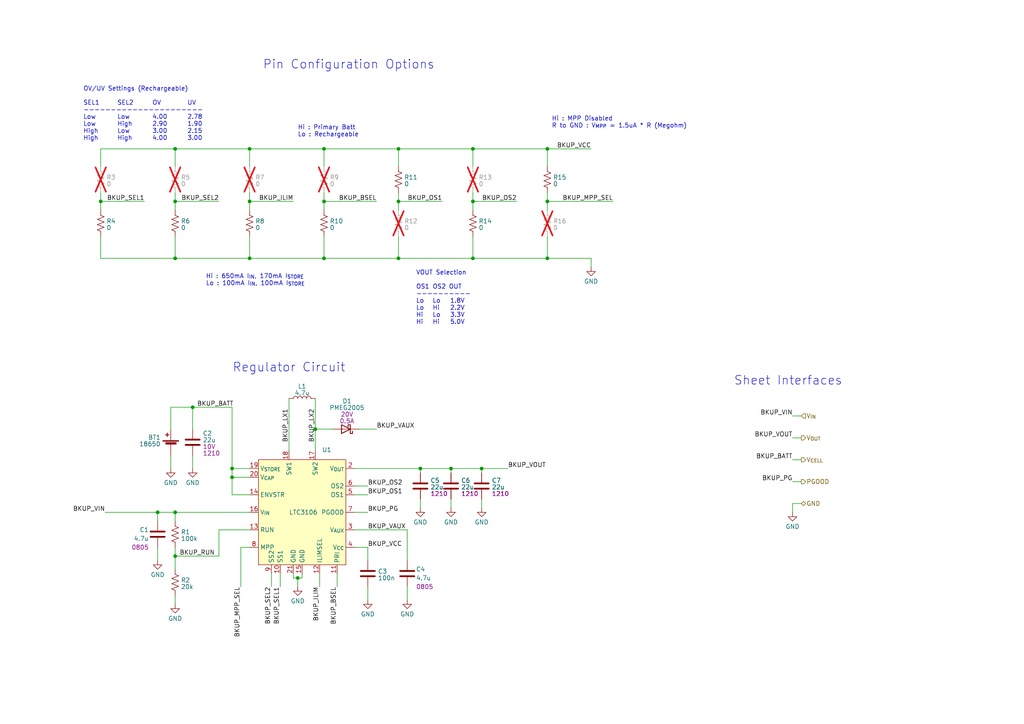
<source format=kicad_sch>
(kicad_sch (version 20231120) (generator "eeschema") (generator_version "8.0")
  (paper "A4")
  (lib_symbols
    (symbol "Device:Battery_Cell" (pin_numbers hide) (pin_names (offset 0) hide)
      (property "Reference" "BT" (at 2.54 2.54 0))
      (property "Value" "Battery_Cell" (at 2.54 0 0))
      (symbol "Battery_Cell_0_1"
        (rectangle (start -2.286 1.778) (end 2.286 1.524) (fill (type outline)))
        (rectangle (start -1.5748 1.1938) (end 1.4732 0.6858) (fill (type outline)))
        (polyline (pts (xy 0 0.762) (xy 0 0)))
        (polyline (pts (xy 0 1.778) (xy 0 2.54)))
        (polyline (pts (xy 0.508 3.429) (xy 1.524 3.429)) (stroke (width 0.254)))
        (polyline (pts (xy 1.016 3.937) (xy 1.016 2.921)) (stroke (width 0.254)))
      )
      (symbol "Battery_Cell_1_1"
        (pin passive line (at 0 5.08 270) (length 2.54) (name "+") (number "1"))
        (pin passive line (at 0 -2.54 90) (length 2.54) (name "-") (number "2"))
      )
    )
    (symbol "Device:C" (pin_numbers hide) (pin_names (offset 0.254))
      (property "Reference" "C" (at 0.635 2.54 0))
      (property "Value" "C" (at 0.635 -2.54 0))
      (symbol "C_0_1"
        (polyline (pts (xy -2.032 -0.762) (xy 2.032 -0.762)) (stroke (width 0.508)))
        (polyline (pts (xy -2.032 0.762) (xy 2.032 0.762)) (stroke (width 0.508)))
      )
      (symbol "C_1_1"
        (pin passive line (at 0 3.81 270) (length 2.794) (name "~") (number "1"))
        (pin passive line (at 0 -3.81 90) (length 2.794) (name "~") (number "2"))
      )
    )
    (symbol "Device:D_Schottky" (pin_numbers hide) (pin_names (offset 1.016) hide)
      (property "Reference" "D" (at 0 2.54 0))
      (property "Value" "D_Schottky" (at 0 -2.54 0))
      (symbol "D_Schottky_0_1"
        (polyline (pts (xy 1.27 0) (xy -1.27 0)))
        (polyline (pts (xy 1.27 1.27) (xy 1.27 -1.27) (xy -1.27 0) (xy 1.27 1.27)) (stroke (width 0.254)))
        (polyline (pts (xy -1.905 0.635) (xy -1.905 1.27) (xy -1.27 1.27) (xy -1.27 -1.27) (xy -0.635 -1.27) (xy -0.635 -0.635)) (stroke (width 0.254)))
      )
      (symbol "D_Schottky_1_1"
        (pin passive line (at -3.81 0 0) (length 2.54) (name "K") (number "1"))
        (pin passive line (at 3.81 0 180) (length 2.54) (name "A") (number "2"))
      )
    )
    (symbol "Device:L" (pin_numbers hide) (pin_names (offset 1.016) hide)
      (property "Reference" "L" (at -1.27 0 90))
      (property "Value" "L" (at 1.905 0 90))
      (symbol "L_0_1"
        (arc (start 0 -2.54) (mid 0.6323 -1.905) (end 0 -1.27))
        (arc (start 0 -1.27) (mid 0.6323 -0.635) (end 0 0))
        (arc (start 0 0) (mid 0.6323 0.635) (end 0 1.27))
        (arc (start 0 1.27) (mid 0.6323 1.905) (end 0 2.54))
      )
      (symbol "L_1_1"
        (pin passive line (at 0 3.81 270) (length 1.27) (name "1") (number "1"))
        (pin passive line (at 0 -3.81 90) (length 1.27) (name "2") (number "2"))
      )
    )
    (symbol "Device:R_US" (pin_numbers hide) (pin_names (offset 0))
      (property "Reference" "R" (at 2.54 0 90))
      (property "Value" "R_US" (at -2.54 0 90))
      (symbol "R_US_0_1"
        (polyline (pts (xy 0 -2.286) (xy 0 -2.54)))
        (polyline (pts (xy 0 2.286) (xy 0 2.54)))
        (polyline (pts (xy 0 -0.762) (xy 1.016 -1.143) (xy 0 -1.524) (xy -1.016 -1.905) (xy 0 -2.286)))
        (polyline (pts (xy 0 0.762) (xy 1.016 0.381) (xy 0 0) (xy -1.016 -0.381) (xy 0 -0.762)))
        (polyline (pts (xy 0 2.286) (xy 1.016 1.905) (xy 0 1.524) (xy -1.016 1.143) (xy 0 0.762)))
      )
      (symbol "R_US_1_1"
        (pin passive line (at 0 3.81 270) (length 1.27) (name "~") (number "1"))
        (pin passive line (at 0 -3.81 90) (length 1.27) (name "~") (number "2"))
      )
    )
    (symbol "SmithEmpire:LTC3106EUDC"
      (property "Reference" "U" (at 8.89 16.51 0))
      (property "Value" "LTC3106" (at 0 2.54 0))
      (symbol "LTC3106EUDC_1_1"
        (rectangle (start -12.7 15.24) (end 12.7 -15.24) (fill (type background)))
        (pin no_connect line (at 2.54 -17.78 90) (length 2.54) hide (name "NC") (number "1"))
        (pin input line (at -6.35 -17.78 90) (length 2.54) (name "SS1") (number "10"))
        (pin input line (at 10.16 -17.78 90) (length 2.54) (name "PRI") (number "11"))
        (pin input line (at 5.08 -17.78 90) (length 2.54) (name "ILIMSEL") (number "12"))
        (pin input line (at -15.24 -5.08 0) (length 2.54) (name "RUN") (number "13"))
        (pin input line (at -15.24 5.08 0) (length 2.54) (name "ENVSTR") (number "14"))
        (pin passive line (at 0 -17.78 90) (length 2.54) (name "GND") (number "15"))
        (pin power_in line (at -15.24 0 0) (length 2.54) (name "V_{IN}") (number "16"))
        (pin power_out line (at 3.81 17.78 270) (length 2.54) (name "SW2") (number "17"))
        (pin power_out line (at -3.81 17.78 270) (length 2.54) (name "SW1") (number "18"))
        (pin bidirectional line (at -15.24 12.7 0) (length 2.54) (name "V_{STORE}") (number "19"))
        (pin power_out line (at 15.24 12.7 180) (length 2.54) (name "V_{OUT}") (number "2"))
        (pin bidirectional line (at -15.24 10.16 0) (length 2.54) (name "V_{CAP}") (number "20"))
        (pin passive line (at -2.54 -17.78 90) (length 2.54) (name "GND") (number "21"))
        (pin bidirectional line (at 15.24 -5.08 180) (length 2.54) (name "V_{AUX}") (number "3"))
        (pin bidirectional line (at 15.24 -10.16 180) (length 2.54) (name "V_{CC}") (number "4"))
        (pin input line (at 15.24 5.08 180) (length 2.54) (name "OS1") (number "5"))
        (pin input line (at 15.24 7.62 180) (length 2.54) (name "OS2") (number "6"))
        (pin open_collector line (at 15.24 0 180) (length 2.54) (name "PGOOD") (number "7"))
        (pin bidirectional line (at -15.24 -10.16 0) (length 2.54) (name "MPP") (number "8"))
        (pin input line (at -8.89 -17.78 90) (length 2.54) (name "SS2") (number "9"))
      )
    )
    (symbol "power:GND" (power) (pin_names (offset 0))
      (property "Value" "GND" (at 0 -3.81 0))
      (symbol "GND_0_1"
        (polyline (pts (xy 0 0) (xy 0 -1.27) (xy 1.27 -1.27) (xy 0 -2.54) (xy -1.27 -1.27) (xy 0 -1.27)))
      )
      (symbol "GND_1_1"
        (pin power_in line (at 0 0 270) (length 0) hide (name "GND") (number "1"))
      )
    )
  )
  (junction (at 67.31 135.89))
  (junction (at 72.39 74.93))
  (junction (at 45.72 148.59))
  (junction (at 72.39 58.42))
  (junction (at 137.16 74.93))
  (junction (at 50.8 148.59))
  (junction (at 50.8 161.29))
  (junction (at 137.16 43.18))
  (junction (at 50.8 74.93))
  (junction (at 50.8 58.42))
  (junction (at 130.81 135.89))
  (junction (at 72.39 43.18))
  (junction (at 93.98 43.18))
  (junction (at 50.8 43.18))
  (junction (at 158.75 58.42))
  (junction (at 139.7 135.89))
  (junction (at 67.31 138.43))
  (junction (at 115.57 74.93))
  (junction (at 29.21 58.42))
  (junction (at 137.16 58.42))
  (junction (at 115.57 43.18))
  (junction (at 158.75 43.18))
  (junction (at 91.44 124.46))
  (junction (at 86.36 167.64))
  (junction (at 93.98 58.42))
  (junction (at 115.57 58.42))
  (junction (at 93.98 74.93))
  (junction (at 55.88 118.11))
  (junction (at 158.75 74.93))
  (junction (at 121.92 135.89))
  (wire (pts (xy 93.98 43.18) (xy 93.98 48.26)))
  (wire (pts (xy 104.14 124.46) (xy 109.22 124.46)))
  (wire (pts (xy 45.72 148.59) (xy 50.8 148.59)))
  (wire (pts (xy 93.98 58.42) (xy 109.22 58.42)))
  (wire (pts (xy 83.82 115.57) (xy 83.82 130.81)))
  (wire (pts (xy 137.16 68.58) (xy 137.16 74.93)))
  (wire (pts (xy 106.68 158.75) (xy 106.68 162.56)))
  (wire (pts (xy 50.8 148.59) (xy 50.8 151.13)))
  (wire (pts (xy 102.87 135.89) (xy 121.92 135.89)))
  (wire (pts (xy 137.16 58.42) (xy 137.16 60.96)))
  (wire (pts (xy 72.39 58.42) (xy 72.39 60.96)))
  (wire (pts (xy 115.57 68.58) (xy 115.57 74.93)))
  (wire (pts (xy 29.21 68.58) (xy 29.21 74.93)))
  (wire (pts (xy 158.75 74.93) (xy 171.45 74.93)))
  (wire (pts (xy 115.57 58.42) (xy 128.27 58.42)))
  (wire (pts (xy 29.21 43.18) (xy 50.8 43.18)))
  (wire (pts (xy 93.98 43.18) (xy 115.57 43.18)))
  (wire (pts (xy 139.7 135.89) (xy 147.32 135.89)))
  (wire (pts (xy 118.11 153.67) (xy 102.87 153.67)))
  (wire (pts (xy 137.16 74.93) (xy 158.75 74.93)))
  (wire (pts (xy 87.63 166.37) (xy 87.63 167.64)))
  (wire (pts (xy 102.87 140.97) (xy 106.68 140.97)))
  (wire (pts (xy 72.39 43.18) (xy 93.98 43.18)))
  (wire (pts (xy 102.87 143.51) (xy 106.68 143.51)))
  (wire (pts (xy 91.44 115.57) (xy 91.44 124.46)))
  (wire (pts (xy 55.88 118.11) (xy 67.31 118.11)))
  (wire (pts (xy 29.21 58.42) (xy 29.21 60.96)))
  (wire (pts (xy 115.57 58.42) (xy 115.57 60.96)))
  (wire (pts (xy 85.09 167.64) (xy 86.36 167.64)))
  (wire (pts (xy 72.39 158.75) (xy 69.85 158.75)))
  (wire (pts (xy 50.8 58.42) (xy 63.5 58.42)))
  (wire (pts (xy 49.53 118.11) (xy 55.88 118.11)))
  (wire (pts (xy 115.57 74.93) (xy 137.16 74.93)))
  (wire (pts (xy 91.44 124.46) (xy 91.44 130.81)))
  (wire (pts (xy 50.8 161.29) (xy 63.5 161.29)))
  (wire (pts (xy 72.39 138.43) (xy 67.31 138.43)))
  (wire (pts (xy 171.45 74.93) (xy 171.45 77.47)))
  (wire (pts (xy 72.39 58.42) (xy 85.09 58.42)))
  (wire (pts (xy 50.8 158.75) (xy 50.8 161.29)))
  (wire (pts (xy 229.87 133.35) (xy 232.41 133.35)))
  (wire (pts (xy 78.74 166.37) (xy 78.74 170.18)))
  (wire (pts (xy 158.75 58.42) (xy 177.8 58.42)))
  (wire (pts (xy 229.87 120.65) (xy 232.41 120.65)))
  (wire (pts (xy 72.39 143.51) (xy 67.31 143.51)))
  (wire (pts (xy 67.31 135.89) (xy 72.39 135.89)))
  (wire (pts (xy 50.8 58.42) (xy 50.8 60.96)))
  (wire (pts (xy 50.8 43.18) (xy 72.39 43.18)))
  (wire (pts (xy 158.75 58.42) (xy 158.75 60.96)))
  (wire (pts (xy 137.16 43.18) (xy 137.16 48.26)))
  (wire (pts (xy 139.7 144.78) (xy 139.7 147.32)))
  (wire (pts (xy 67.31 118.11) (xy 67.31 135.89)))
  (wire (pts (xy 118.11 162.56) (xy 118.11 153.67)))
  (wire (pts (xy 93.98 58.42) (xy 93.98 60.96)))
  (wire (pts (xy 81.28 166.37) (xy 81.28 170.18)))
  (wire (pts (xy 137.16 58.42) (xy 149.86 58.42)))
  (wire (pts (xy 121.92 135.89) (xy 130.81 135.89)))
  (wire (pts (xy 229.87 139.7) (xy 232.41 139.7)))
  (wire (pts (xy 29.21 58.42) (xy 41.91 58.42)))
  (wire (pts (xy 97.79 166.37) (xy 97.79 170.18)))
  (wire (pts (xy 49.53 132.08) (xy 49.53 135.89)))
  (wire (pts (xy 121.92 144.78) (xy 121.92 147.32)))
  (wire (pts (xy 67.31 143.51) (xy 67.31 138.43)))
  (wire (pts (xy 50.8 161.29) (xy 50.8 165.1)))
  (wire (pts (xy 50.8 172.72) (xy 50.8 175.26)))
  (wire (pts (xy 72.39 68.58) (xy 72.39 74.93)))
  (wire (pts (xy 158.75 55.88) (xy 158.75 58.42)))
  (wire (pts (xy 93.98 68.58) (xy 93.98 74.93)))
  (wire (pts (xy 72.39 55.88) (xy 72.39 58.42)))
  (wire (pts (xy 229.87 148.59) (xy 229.87 146.05)))
  (wire (pts (xy 102.87 148.59) (xy 106.68 148.59)))
  (wire (pts (xy 69.85 158.75) (xy 69.85 170.18)))
  (wire (pts (xy 67.31 135.89) (xy 67.31 138.43)))
  (wire (pts (xy 93.98 55.88) (xy 93.98 58.42)))
  (wire (pts (xy 137.16 55.88) (xy 137.16 58.42)))
  (wire (pts (xy 158.75 68.58) (xy 158.75 74.93)))
  (wire (pts (xy 50.8 55.88) (xy 50.8 58.42)))
  (wire (pts (xy 29.21 55.88) (xy 29.21 58.42)))
  (wire (pts (xy 72.39 74.93) (xy 93.98 74.93)))
  (wire (pts (xy 55.88 132.08) (xy 55.88 135.89)))
  (wire (pts (xy 91.44 124.46) (xy 96.52 124.46)))
  (wire (pts (xy 115.57 43.18) (xy 137.16 43.18)))
  (wire (pts (xy 50.8 43.18) (xy 50.8 48.26)))
  (wire (pts (xy 139.7 135.89) (xy 139.7 137.16)))
  (wire (pts (xy 50.8 68.58) (xy 50.8 74.93)))
  (wire (pts (xy 93.98 74.93) (xy 115.57 74.93)))
  (wire (pts (xy 102.87 158.75) (xy 106.68 158.75)))
  (wire (pts (xy 158.75 43.18) (xy 158.75 48.26)))
  (wire (pts (xy 49.53 124.46) (xy 49.53 118.11)))
  (wire (pts (xy 50.8 148.59) (xy 72.39 148.59)))
  (wire (pts (xy 130.81 135.89) (xy 139.7 135.89)))
  (wire (pts (xy 130.81 144.78) (xy 130.81 147.32)))
  (wire (pts (xy 63.5 153.67) (xy 72.39 153.67)))
  (wire (pts (xy 45.72 148.59) (xy 45.72 151.13)))
  (wire (pts (xy 45.72 158.75) (xy 45.72 162.56)))
  (wire (pts (xy 118.11 170.18) (xy 118.11 173.99)))
  (wire (pts (xy 121.92 135.89) (xy 121.92 137.16)))
  (wire (pts (xy 29.21 43.18) (xy 29.21 48.26)))
  (wire (pts (xy 115.57 43.18) (xy 115.57 48.26)))
  (wire (pts (xy 229.87 127) (xy 232.41 127)))
  (wire (pts (xy 30.48 148.59) (xy 45.72 148.59)))
  (wire (pts (xy 137.16 43.18) (xy 158.75 43.18)))
  (wire (pts (xy 86.36 167.64) (xy 87.63 167.64)))
  (wire (pts (xy 229.87 146.05) (xy 232.41 146.05)))
  (wire (pts (xy 50.8 74.93) (xy 72.39 74.93)))
  (wire (pts (xy 106.68 170.18) (xy 106.68 173.99)))
  (wire (pts (xy 72.39 43.18) (xy 72.39 48.26)))
  (wire (pts (xy 158.75 43.18) (xy 171.45 43.18)))
  (wire (pts (xy 85.09 166.37) (xy 85.09 167.64)))
  (wire (pts (xy 63.5 161.29) (xy 63.5 153.67)))
  (wire (pts (xy 86.36 167.64) (xy 86.36 170.18)))
  (wire (pts (xy 92.71 166.37) (xy 92.71 170.18)))
  (wire (pts (xy 130.81 135.89) (xy 130.81 137.16)))
  (wire (pts (xy 115.57 55.88) (xy 115.57 58.42)))
  (wire (pts (xy 29.21 74.93) (xy 50.8 74.93)))
  (wire (pts (xy 55.88 118.11) (xy 55.88 124.46)))
  (text "VOUT Selection\n\nOS1	OS2 OUT\n----------\nLo	Lo	1.8V\nLo	Hi	2.2V\nHi	Lo	3.3V\nHi	Hi	5.0V" (at 120.65 86.36 0) (effects (font (size 1.27 1.27) (thickness 0.1588)) (justify left)))
  (text "Hi : 650mA I_{IN}, 170mA I_{STORE}\nLo : 100mA I_{IN}, 100mA I_{STORE}" (at 59.69 81.28 0) (effects (font (size 1.27 1.27)) (justify left)))
  (text "Sheet Interfaces" (at 228.6 110.49 0) (effects (font (size 2.54 2.54))))
  (text "Regulator Circuit" (at 83.82 106.68 0) (effects (font (size 2.54 2.54))))
  (text "Pin Configuration Options" (at 76.2 20.32 0) (effects (font (size 2.54 2.54)) (justify left bottom)))
  (text "Hi : MPP Disabled\nR to GND : V_{MPP} = 1.5uA * R (Megohm)" (at 160.02 35.56 0) (effects (font (size 1.27 1.27)) (justify left)))
  (text "OV/UV Settings (Rechargeable)\n\nSEL1	SEL2	OV		UV\n----------------------\nLow		Low		4.00	2.78\nLow		High	2.90	1.90\nHigh	Low		3.00	2.15\nHigh	High	4.00	3.00" (at 24.13 33.02 0) (effects (font (size 1.27 1.27)) (justify left)))
  (text "Hi : Primary Batt\nLo : Rechargeable" (at 86.36 38.1 0) (effects (font (size 1.27 1.27)) (justify left)))
  (label "BKUP_MPP_SEL" (at 177.8 58.42 180))
  (label "BKUP_OS2" (at 106.68 140.97 0))
  (label "BKUP_BSEL" (at 97.79 170.18 270))
  (label "BKUP_ILIM" (at 92.71 170.18 270))
  (label "BKUP_LX2" (at 91.44 128.27 90))
  (label "BKUP_MPP_SEL" (at 69.85 170.18 270))
  (label "BKUP_OS1" (at 128.27 58.42 180))
  (label "BKUP_BSEL" (at 109.22 58.42 180))
  (label "BKUP_VAUX" (at 106.68 153.67 0))
  (label "BKUP_SEL1" (at 81.28 170.18 270))
  (label "BKUP_PG" (at 106.68 148.59 0))
  (label "BKUP_PG" (at 229.87 139.7 180))
  (label "BKUP_SEL1" (at 41.91 58.42 180))
  (label "BKUP_LX1" (at 83.82 128.27 90))
  (label "BKUP_VCC" (at 106.68 158.75 0))
  (label "BKUP_ILIM" (at 85.09 58.42 180))
  (label "BKUP_VIN" (at 30.48 148.59 180))
  (label "BKUP_VAUX" (at 109.22 124.46 0))
  (label "BKUP_RUN" (at 52.07 161.29 0))
  (label "BKUP_BATT" (at 229.87 133.35 180))
  (label "BKUP_BATT" (at 57.15 118.11 0))
  (label "BKUP_OS1" (at 106.68 143.51 0))
  (label "BKUP_VOUT" (at 147.32 135.89 0))
  (label "BKUP_VOUT" (at 229.87 127 180))
  (label "BKUP_OS2" (at 149.86 58.42 180))
  (label "BKUP_VCC" (at 171.45 43.18 180))
  (label "BKUP_SEL2" (at 63.5 58.42 180))
  (label "BKUP_SEL2" (at 78.74 170.18 270))
  (label "BKUP_VIN" (at 229.87 120.65 180))
  (hierarchical_label "GND" (shape bidirectional) (at 232.41 146.05 0))
  (hierarchical_label "PGOOD" (shape output) (at 232.41 139.7 0))
  (hierarchical_label "V_{OUT}" (shape output) (at 232.41 127 0))
  (hierarchical_label "V_{CELL}" (shape output) (at 232.41 133.35 0))
  (hierarchical_label "V_{IN}" (shape input) (at 232.41 120.65 0))
  (symbol (lib_id "Device:R_US") (at 50.8 52.07 0) (unit 1) (dnp yes)
    (property "Reference" "R5" (at 52.451 51.4263 0) (effects (justify left)))
    (property "Value" "0" (at 52.451 53.3473 0) (effects (justify left)))
    (property "Footprint" "Resistor_SMD:R_0603_1608Metric" (effects (hide yes)))
    (property "MfrNum" "generic" (effects (hide yes)))
    (property "Size" "0603" (effects (hide yes)))
    (property "Power" "0.1W" (effects (hide yes)))
  )
  (symbol (lib_id "Device:R_US") (at 158.75 64.77 0) (unit 1) (dnp yes)
    (property "Reference" "R16" (at 160.401 64.1263 0) (effects (justify left)))
    (property "Value" "0" (at 160.401 66.0473 0) (effects (justify left)))
    (property "Footprint" "Resistor_SMD:R_0603_1608Metric" (effects (hide yes)))
    (property "MfrNum" "generic" (effects (hide yes)))
    (property "Size" "0603" (effects (hide yes)))
    (property "Power" "0.1W" (effects (hide yes)))
  )
  (symbol (lib_id "Device:C") (at 130.81 140.97 0) (unit 1)
    (property "Reference" "C6" (at 133.731 139.3658 0) (effects (justify left)))
    (property "Value" "22u" (at 133.731 141.2868 0) (effects (justify left)))
    (property "Footprint" "Capacitor_SMD:C_1210_3225Metric" (effects (hide yes)))
    (property "MfrNum" "generic" (effects (hide yes)))
    (property "VRating" "16V" (effects (hide yes)))
    (property "Size" "1210" (at 133.731 143.2078 0) (effects (justify left)))
  )
  (symbol (lib_id "Device:R_US") (at 72.39 64.77 0) (unit 1)
    (property "Reference" "R8" (at 74.041 64.1263 0) (effects (justify left)))
    (property "Value" "0" (at 74.041 66.0473 0) (effects (justify left)))
    (property "Footprint" "Resistor_SMD:R_0603_1608Metric" (effects (hide yes)))
    (property "MfrNum" "generic" (effects (hide yes)))
    (property "Size" "0603" (effects (hide yes)))
    (property "Power" "0.1W" (effects (hide yes)))
  )
  (symbol (lib_id "power:GND") (at 55.88 135.89 0) (unit 1)
    (property "Reference" "#PWR04" (effects (hide yes)))
    (property "Value" "GND" (at 55.88 140.0255 0))
  )
  (symbol (lib_id "power:GND") (at 86.36 170.18 0) (unit 1)
    (property "Reference" "#PWR05" (effects (hide yes)))
    (property "Value" "GND" (at 86.36 174.3155 0))
  )
  (symbol (lib_id "power:GND") (at 229.87 148.59 0) (unit 1)
    (property "Reference" "#PWR012" (effects (hide yes)))
    (property "Value" "GND" (at 229.87 152.7255 0))
  )
  (symbol (lib_id "Device:R_US") (at 93.98 64.77 0) (unit 1)
    (property "Reference" "R10" (at 95.631 64.1263 0) (effects (justify left)))
    (property "Value" "0" (at 95.631 66.0473 0) (effects (justify left)))
    (property "Footprint" "Resistor_SMD:R_0603_1608Metric" (effects (hide yes)))
    (property "MfrNum" "generic" (effects (hide yes)))
    (property "Size" "0603" (effects (hide yes)))
    (property "Power" "0.1W" (effects (hide yes)))
  )
  (symbol (lib_id "Device:C") (at 121.92 140.97 0) (unit 1)
    (property "Reference" "C5" (at 124.841 139.3658 0) (effects (justify left)))
    (property "Value" "22u" (at 124.841 141.2868 0) (effects (justify left)))
    (property "Footprint" "Capacitor_SMD:C_1210_3225Metric" (effects (hide yes)))
    (property "MfrNum" "generic" (effects (hide yes)))
    (property "VRating" "16V" (effects (hide yes)))
    (property "Size" "1210" (at 124.841 143.2078 0) (effects (justify left)))
  )
  (symbol (lib_id "Device:R_US") (at 115.57 64.77 0) (unit 1) (dnp yes)
    (property "Reference" "R12" (at 117.221 64.1263 0) (effects (justify left)))
    (property "Value" "0" (at 117.221 66.0473 0) (effects (justify left)))
    (property "Footprint" "Resistor_SMD:R_0603_1608Metric" (effects (hide yes)))
    (property "MfrNum" "generic" (effects (hide yes)))
    (property "Size" "0603" (effects (hide yes)))
    (property "Power" "0.1W" (effects (hide yes)))
  )
  (symbol (lib_id "power:GND") (at 45.72 162.56 0) (unit 1)
    (property "Reference" "#PWR01" (effects (hide yes)))
    (property "Value" "GND" (at 45.72 166.6955 0))
  )
  (symbol (lib_id "power:GND") (at 130.81 147.32 0) (unit 1)
    (property "Reference" "#PWR09" (effects (hide yes)))
    (property "Value" "GND" (at 130.81 151.4555 0))
  )
  (symbol (lib_id "Device:R_US") (at 29.21 64.77 0) (unit 1)
    (property "Reference" "R4" (at 30.861 64.1263 0) (effects (justify left)))
    (property "Value" "0" (at 30.861 66.0473 0) (effects (justify left)))
    (property "Footprint" "Resistor_SMD:R_0603_1608Metric" (effects (hide yes)))
    (property "MfrNum" "generic" (effects (hide yes)))
    (property "Size" "0603" (effects (hide yes)))
    (property "Power" "0.1W" (effects (hide yes)))
  )
  (symbol (lib_id "power:GND") (at 139.7 147.32 0) (unit 1)
    (property "Reference" "#PWR010" (effects (hide yes)))
    (property "Value" "GND" (at 139.7 151.4555 0))
  )
  (symbol (lib_id "Device:D_Schottky") (at 100.33 124.46 180) (unit 1)
    (property "Reference" "D1" (at 100.6475 116.3381 0))
    (property "Value" "PMEG2005" (at 100.6475 118.2591 0))
    (property "Footprint" "Diode_SMD:D_SOD-123F" (effects (hide yes)))
    (property "MfrNum" "Nexperia_PMEG2005" (effects (hide yes)))
    (property "VRating" "20V" (at 100.6475 120.1801 0))
    (property "IRating" "0.5A" (at 100.6475 122.1011 0))
  )
  (symbol (lib_id "power:GND") (at 171.45 77.47 0) (unit 1)
    (property "Reference" "#PWR011" (effects (hide yes)))
    (property "Value" "GND" (at 171.45 81.6055 0))
  )
  (symbol (lib_id "Device:C") (at 106.68 166.37 0) (unit 1)
    (property "Reference" "C3" (at 109.601 165.7263 0) (effects (justify left)))
    (property "Value" "100n" (at 109.601 167.6473 0) (effects (justify left)))
    (property "Footprint" "Capacitor_SMD:C_0603_1608Metric" (effects (hide yes)))
    (property "MfrNum" "generic" (effects (hide yes)))
    (property "VRating" "16V" (effects (hide yes)))
    (property "Size" "0603" (effects (hide yes)))
  )
  (symbol (lib_id "Device:R_US") (at 93.98 52.07 0) (unit 1) (dnp yes)
    (property "Reference" "R9" (at 95.631 51.4263 0) (effects (justify left)))
    (property "Value" "0" (at 95.631 53.3473 0) (effects (justify left)))
    (property "Footprint" "Resistor_SMD:R_0603_1608Metric" (effects (hide yes)))
    (property "MfrNum" "generic" (effects (hide yes)))
    (property "Size" "0603" (effects (hide yes)))
    (property "Power" "0.1W" (effects (hide yes)))
  )
  (symbol (lib_id "Device:R_US") (at 158.75 52.07 0) (unit 1)
    (property "Reference" "R15" (at 160.401 51.4263 0) (effects (justify left)))
    (property "Value" "0" (at 160.401 53.3473 0) (effects (justify left)))
    (property "Footprint" "Resistor_SMD:R_0603_1608Metric" (effects (hide yes)))
    (property "MfrNum" "generic" (effects (hide yes)))
    (property "Size" "0603" (effects (hide yes)))
    (property "Power" "0.1W" (effects (hide yes)))
  )
  (symbol (lib_id "Device:R_US") (at 137.16 64.77 0) (unit 1)
    (property "Reference" "R14" (at 138.811 64.1263 0) (effects (justify left)))
    (property "Value" "0" (at 138.811 66.0473 0) (effects (justify left)))
    (property "Footprint" "Resistor_SMD:R_0603_1608Metric" (effects (hide yes)))
    (property "MfrNum" "generic" (effects (hide yes)))
    (property "Size" "0603" (effects (hide yes)))
    (property "Power" "0.1W" (effects (hide yes)))
  )
  (symbol (lib_id "Device:L") (at 87.63 115.57 90) (unit 1)
    (property "Reference" "L1" (at 87.63 112.0547 90))
    (property "Value" "4.7u" (at 87.63 113.9757 90))
    (property "Footprint" "Inductor_SMD:L_Coilcraft_XAL4040-XXX" (effects (hide yes)))
    (property "MfrNum" "Coilcraft_XFL4030-472ME" (effects (hide yes)))
  )
  (symbol (lib_id "power:GND") (at 106.68 173.99 0) (unit 1)
    (property "Reference" "#PWR06" (effects (hide yes)))
    (property "Value" "GND" (at 106.68 178.1255 0))
  )
  (symbol (lib_id "Device:C") (at 55.88 128.27 0) (unit 1)
    (property "Reference" "C2" (at 58.801 125.7053 0) (effects (justify left)))
    (property "Value" "22u" (at 58.801 127.6263 0) (effects (justify left)))
    (property "Footprint" "Capacitor_SMD:C_1210_3225Metric" (effects (hide yes)))
    (property "MfrNum" "generic" (effects (hide yes)))
    (property "VRating" "10V" (at 58.801 129.5473 0) (effects (justify left)))
    (property "Size" "1210" (at 58.801 131.4683 0) (effects (justify left)))
  )
  (symbol (lib_id "Device:R_US") (at 115.57 52.07 0) (unit 1)
    (property "Reference" "R11" (at 117.221 51.4263 0) (effects (justify left)))
    (property "Value" "0" (at 117.221 53.3473 0) (effects (justify left)))
    (property "Footprint" "Resistor_SMD:R_0603_1608Metric" (effects (hide yes)))
    (property "MfrNum" "generic" (effects (hide yes)))
    (property "Size" "0603" (effects (hide yes)))
    (property "Power" "0.1W" (effects (hide yes)))
  )
  (symbol (lib_id "power:GND") (at 118.11 173.99 0) (unit 1)
    (property "Reference" "#PWR07" (effects (hide yes)))
    (property "Value" "GND" (at 118.11 178.1255 0))
  )
  (symbol (lib_id "Device:Battery_Cell") (at 49.53 129.54 0) (mirror y) (unit 1)
    (property "Reference" "BT1" (at 46.609 126.8643 0) (effects (justify left)))
    (property "Value" "18650" (at 46.609 128.7853 0) (effects (justify left)))
    (property "Footprint" "Battery:BatteryHolder_Keystone_1042_1x18650" (effects (hide yes)))
    (property "MfrNum" "Keystone_1042" (effects (hide yes)))
  )
  (symbol (lib_id "Device:C") (at 139.7 140.97 0) (unit 1)
    (property "Reference" "C7" (at 142.621 139.3658 0) (effects (justify left)))
    (property "Value" "22u" (at 142.621 141.2868 0) (effects (justify left)))
    (property "Footprint" "Capacitor_SMD:C_1210_3225Metric" (effects (hide yes)))
    (property "MfrNum" "generic" (effects (hide yes)))
    (property "VRating" "16V" (effects (hide yes)))
    (property "Size" "1210" (at 142.621 143.2078 0) (effects (justify left)))
  )
  (symbol (lib_id "Device:R_US") (at 50.8 168.91 0) (unit 1)
    (property "Reference" "R2" (at 52.451 168.2663 0) (effects (justify left)))
    (property "Value" "20k" (at 52.451 170.1873 0) (effects (justify left)))
    (property "Footprint" "Resistor_SMD:R_0603_1608Metric" (effects (hide yes)))
    (property "MfrNum" "generic" (effects (hide yes)))
    (property "Size" "0603" (effects (hide yes)))
    (property "Power" "0.1W" (effects (hide yes)))
  )
  (symbol (lib_id "Device:R_US") (at 50.8 154.94 0) (unit 1)
    (property "Reference" "R1" (at 52.451 154.2963 0) (effects (justify left)))
    (property "Value" "100k" (at 52.451 156.2173 0) (effects (justify left)))
    (property "Footprint" "Resistor_SMD:R_0603_1608Metric" (effects (hide yes)))
    (property "MfrNum" "generic" (effects (hide yes)))
    (property "Size" "0603" (effects (hide yes)))
    (property "Power" "0.1W" (effects (hide yes)))
  )
  (symbol (lib_id "Device:R_US") (at 29.21 52.07 0) (unit 1) (dnp yes)
    (property "Reference" "R3" (at 30.861 51.4263 0) (effects (justify left)))
    (property "Value" "0" (at 30.861 53.3473 0) (effects (justify left)))
    (property "Footprint" "Resistor_SMD:R_0603_1608Metric" (effects (hide yes)))
    (property "MfrNum" "generic" (effects (hide yes)))
    (property "Size" "0603" (effects (hide yes)))
    (property "Power" "0.1W" (effects (hide yes)))
  )
  (symbol (lib_id "Device:R_US") (at 72.39 52.07 0) (unit 1) (dnp yes)
    (property "Reference" "R7" (at 74.041 51.4263 0) (effects (justify left)))
    (property "Value" "0" (at 74.041 53.3473 0) (effects (justify left)))
    (property "Footprint" "Resistor_SMD:R_0603_1608Metric" (effects (hide yes)))
    (property "MfrNum" "generic" (effects (hide yes)))
    (property "Size" "0603" (effects (hide yes)))
    (property "Power" "0.1W" (effects (hide yes)))
  )
  (symbol (lib_id "power:GND") (at 121.92 147.32 0) (unit 1)
    (property "Reference" "#PWR08" (effects (hide yes)))
    (property "Value" "GND" (at 121.92 151.4555 0))
  )
  (symbol (lib_id "Device:C") (at 45.72 154.94 0) (mirror y) (unit 1)
    (property "Reference" "C1" (at 43.18 153.67 0) (effects (justify left)))
    (property "Value" "4.7u" (at 43.18 156.21 0) (effects (justify left)))
    (property "Footprint" "Capacitor_SMD:C_0805_2012Metric" (effects (hide yes)))
    (property "MfrNum" "generic" (effects (hide yes)))
    (property "VRating" "16V" (effects (hide yes)))
    (property "Size" "0805" (at 43.18 158.75 0) (effects (justify left)))
  )
  (symbol (lib_id "Device:R_US") (at 50.8 64.77 0) (unit 1)
    (property "Reference" "R6" (at 52.451 64.1263 0) (effects (justify left)))
    (property "Value" "0" (at 52.451 66.0473 0) (effects (justify left)))
    (property "Footprint" "Resistor_SMD:R_0603_1608Metric" (effects (hide yes)))
    (property "MfrNum" "generic" (effects (hide yes)))
    (property "Size" "0603" (effects (hide yes)))
    (property "Power" "0.1W" (effects (hide yes)))
  )
  (symbol (lib_id "Device:C") (at 118.11 166.37 0) (unit 1)
    (property "Reference" "C4" (at 120.65 165.1 0) (effects (justify left)))
    (property "Value" "4.7u" (at 120.65 167.64 0) (effects (justify left)))
    (property "Footprint" "Capacitor_SMD:C_0805_2012Metric" (effects (hide yes)))
    (property "MfrNum" "generic" (effects (hide yes)))
    (property "VRating" "16V" (effects (hide yes)))
    (property "Size" "0805" (at 120.65 170.18 0) (effects (justify left)))
  )
  (symbol (lib_id "power:GND") (at 50.8 175.26 0) (unit 1)
    (property "Reference" "#PWR03" (effects (hide yes)))
    (property "Value" "GND" (at 50.8 179.3955 0))
  )
  (symbol (lib_id "SmithEmpire:LTC3106EUDC") (at 87.63 148.59 0) (unit 1)
    (property "Reference" "U1" (at 93.3959 130.4671 0) (effects (justify left)))
    (property "Value" "LTC3106" (at 83.82 148.59 0) (effects (justify left)))
    (property "Footprint" "Package_DFN_QFN:QFN-20-1EP_3x4mm_P0.5mm_EP1.65x2.65mm" (effects (hide yes)))
    (property "MfrNum" "ADI_LTC3106" (effects (hide yes)))
  )
  (symbol (lib_id "Device:R_US") (at 137.16 52.07 0) (unit 1) (dnp yes)
    (property "Reference" "R13" (at 138.811 51.4263 0) (effects (justify left)))
    (property "Value" "0" (at 138.811 53.3473 0) (effects (justify left)))
    (property "Footprint" "Resistor_SMD:R_0603_1608Metric" (effects (hide yes)))
    (property "MfrNum" "generic" (effects (hide yes)))
    (property "Size" "0603" (effects (hide yes)))
    (property "Power" "0.1W" (effects (hide yes)))
  )
  (symbol (lib_id "power:GND") (at 49.53 135.89 0) (unit 1)
    (property "Reference" "#PWR02" (effects (hide yes)))
    (property "Value" "GND" (at 49.53 140.0255 0))
  )
)
</source>
